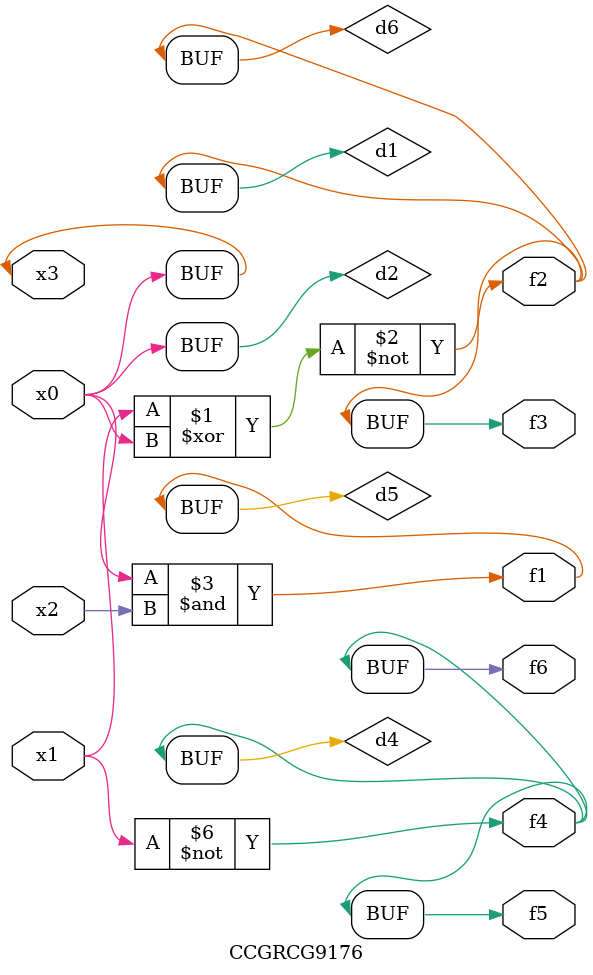
<source format=v>
module CCGRCG9176(
	input x0, x1, x2, x3,
	output f1, f2, f3, f4, f5, f6
);

	wire d1, d2, d3, d4, d5, d6;

	xnor (d1, x1, x3);
	buf (d2, x0, x3);
	nand (d3, x0, x2);
	not (d4, x1);
	nand (d5, d3);
	or (d6, d1);
	assign f1 = d5;
	assign f2 = d6;
	assign f3 = d6;
	assign f4 = d4;
	assign f5 = d4;
	assign f6 = d4;
endmodule

</source>
